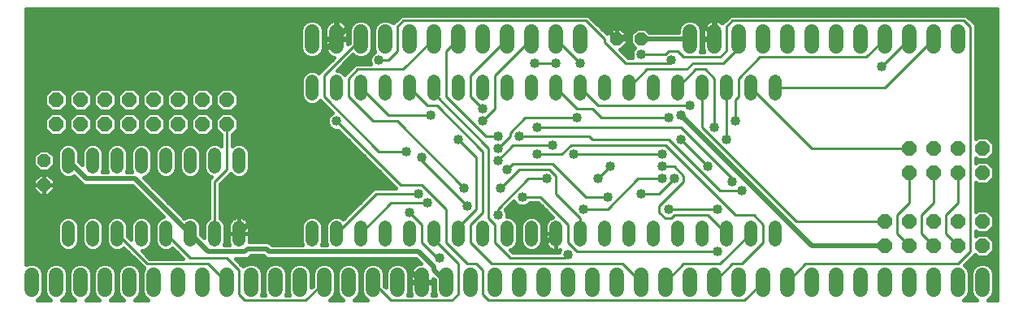
<source format=gbl>
G75*
%MOIN*%
%OFA0B0*%
%FSLAX24Y24*%
%IPPOS*%
%LPD*%
%AMOC8*
5,1,8,0,0,1.08239X$1,22.5*
%
%ADD10C,0.0600*%
%ADD11OC8,0.0600*%
%ADD12OC8,0.0520*%
%ADD13C,0.0520*%
%ADD14C,0.0200*%
%ADD15C,0.0400*%
%ADD16C,0.0160*%
%ADD17C,0.0100*%
D10*
X000680Y000880D02*
X000680Y001480D01*
X001680Y001480D02*
X001680Y000880D01*
X002680Y000880D02*
X002680Y001480D01*
X003680Y001480D02*
X003680Y000880D01*
X004680Y000880D02*
X004680Y001480D01*
X005680Y001480D02*
X005680Y000880D01*
X006680Y000880D02*
X006680Y001480D01*
X007680Y001480D02*
X007680Y000880D01*
X008680Y000880D02*
X008680Y001480D01*
X009680Y001480D02*
X009680Y000880D01*
X010680Y000880D02*
X010680Y001480D01*
X011680Y001480D02*
X011680Y000880D01*
X012680Y000880D02*
X012680Y001480D01*
X013680Y001480D02*
X013680Y000880D01*
X014680Y000880D02*
X014680Y001480D01*
X015680Y001480D02*
X015680Y000880D01*
X016680Y000880D02*
X016680Y001480D01*
X017680Y001480D02*
X017680Y000880D01*
X018680Y000880D02*
X018680Y001480D01*
X019680Y001480D02*
X019680Y000880D01*
X020680Y000880D02*
X020680Y001480D01*
X021680Y001480D02*
X021680Y000880D01*
X022680Y000880D02*
X022680Y001480D01*
X023680Y001480D02*
X023680Y000880D01*
X024680Y000880D02*
X024680Y001480D01*
X025680Y001480D02*
X025680Y000880D01*
X026680Y000880D02*
X026680Y001480D01*
X027680Y001480D02*
X027680Y000880D01*
X028680Y000880D02*
X028680Y001480D01*
X029680Y001480D02*
X029680Y000880D01*
X030680Y000880D02*
X030680Y001480D01*
X031680Y001480D02*
X031680Y000880D01*
X032680Y000880D02*
X032680Y001480D01*
X033680Y001480D02*
X033680Y000880D01*
X034680Y000880D02*
X034680Y001480D01*
X035680Y001480D02*
X035680Y000880D01*
X036680Y000880D02*
X036680Y001480D01*
X037680Y001480D02*
X037680Y000880D01*
X038680Y000880D02*
X038680Y001480D01*
X039680Y001480D02*
X039680Y000880D01*
X038680Y010880D02*
X038680Y011480D01*
X037680Y011480D02*
X037680Y010880D01*
X036680Y010880D02*
X036680Y011480D01*
X035680Y011480D02*
X035680Y010880D01*
X034680Y010880D02*
X034680Y011480D01*
X033680Y011480D02*
X033680Y010880D01*
X032680Y010880D02*
X032680Y011480D01*
X031680Y011480D02*
X031680Y010880D01*
X030680Y010880D02*
X030680Y011480D01*
X029680Y011480D02*
X029680Y010880D01*
X028680Y010880D02*
X028680Y011480D01*
X027680Y011480D02*
X027680Y010880D01*
X023180Y010880D02*
X023180Y011480D01*
X022180Y011480D02*
X022180Y010880D01*
X021180Y010880D02*
X021180Y011480D01*
X020180Y011480D02*
X020180Y010880D01*
X019180Y010880D02*
X019180Y011480D01*
X018180Y011480D02*
X018180Y010880D01*
X017180Y010880D02*
X017180Y011480D01*
X016180Y011480D02*
X016180Y010880D01*
X015180Y010880D02*
X015180Y011480D01*
X014180Y011480D02*
X014180Y010880D01*
X013180Y010880D02*
X013180Y011480D01*
X012180Y011480D02*
X012180Y010880D01*
D11*
X008680Y008680D03*
X007680Y008680D03*
X006680Y008680D03*
X005680Y008680D03*
X004680Y008680D03*
X003680Y008680D03*
X002680Y008680D03*
X001680Y008680D03*
X001680Y007680D03*
X002680Y007680D03*
X003680Y007680D03*
X004680Y007680D03*
X005680Y007680D03*
X006680Y007680D03*
X007680Y007680D03*
X008680Y007680D03*
X035680Y003680D03*
X036680Y003680D03*
X037680Y003680D03*
X038680Y003680D03*
X039680Y003680D03*
X039680Y002680D03*
X038680Y002680D03*
X037680Y002680D03*
X036680Y002680D03*
X035680Y002680D03*
X036680Y005680D03*
X037680Y005680D03*
X038680Y005680D03*
X039680Y005680D03*
X039680Y006680D03*
X038680Y006680D03*
X037680Y006680D03*
X036680Y006680D03*
D12*
X025680Y011180D03*
X024680Y011180D03*
X001180Y006180D03*
X001180Y005180D03*
D13*
X002180Y005920D02*
X002180Y006440D01*
X003180Y006440D02*
X003180Y005920D01*
X004180Y005920D02*
X004180Y006440D01*
X005180Y006440D02*
X005180Y005920D01*
X006180Y005920D02*
X006180Y006440D01*
X007180Y006440D02*
X007180Y005920D01*
X008180Y005920D02*
X008180Y006440D01*
X009180Y006440D02*
X009180Y005920D01*
X009180Y003440D02*
X009180Y002920D01*
X008180Y002920D02*
X008180Y003440D01*
X007180Y003440D02*
X007180Y002920D01*
X006180Y002920D02*
X006180Y003440D01*
X005180Y003440D02*
X005180Y002920D01*
X004180Y002920D02*
X004180Y003440D01*
X003180Y003440D02*
X003180Y002920D01*
X002180Y002920D02*
X002180Y003440D01*
X012180Y003440D02*
X012180Y002920D01*
X013180Y002920D02*
X013180Y003440D01*
X014180Y003440D02*
X014180Y002920D01*
X015180Y002920D02*
X015180Y003440D01*
X016180Y003440D02*
X016180Y002920D01*
X017180Y002920D02*
X017180Y003440D01*
X018180Y003440D02*
X018180Y002920D01*
X019180Y002920D02*
X019180Y003440D01*
X020180Y003440D02*
X020180Y002920D01*
X021180Y002920D02*
X021180Y003440D01*
X022180Y003440D02*
X022180Y002920D01*
X023180Y002920D02*
X023180Y003440D01*
X024180Y003440D02*
X024180Y002920D01*
X025180Y002920D02*
X025180Y003440D01*
X026180Y003440D02*
X026180Y002920D01*
X027180Y002920D02*
X027180Y003440D01*
X028180Y003440D02*
X028180Y002920D01*
X029180Y002920D02*
X029180Y003440D01*
X030180Y003440D02*
X030180Y002920D01*
X031180Y002920D02*
X031180Y003440D01*
X031180Y008920D02*
X031180Y009440D01*
X030180Y009440D02*
X030180Y008920D01*
X029180Y008920D02*
X029180Y009440D01*
X028180Y009440D02*
X028180Y008920D01*
X027180Y008920D02*
X027180Y009440D01*
X026180Y009440D02*
X026180Y008920D01*
X025180Y008920D02*
X025180Y009440D01*
X024180Y009440D02*
X024180Y008920D01*
X023180Y008920D02*
X023180Y009440D01*
X022180Y009440D02*
X022180Y008920D01*
X021180Y008920D02*
X021180Y009440D01*
X020180Y009440D02*
X020180Y008920D01*
X019180Y008920D02*
X019180Y009440D01*
X018180Y009440D02*
X018180Y008920D01*
X017180Y008920D02*
X017180Y009440D01*
X016180Y009440D02*
X016180Y008920D01*
X015180Y008920D02*
X015180Y009440D01*
X014180Y009440D02*
X014180Y008920D01*
X013180Y008920D02*
X013180Y009440D01*
X012180Y009440D02*
X012180Y008920D01*
D14*
X012055Y009930D02*
X011930Y009930D01*
X009680Y007680D01*
X009680Y003680D01*
X009180Y003180D01*
X009555Y002555D02*
X009430Y002430D01*
X007930Y002430D01*
X007180Y003180D01*
X004930Y005430D01*
X002930Y005430D01*
X002180Y006180D01*
X009555Y002555D02*
X010305Y002555D01*
X010430Y002430D01*
X016555Y002430D01*
X017180Y001805D01*
X017180Y001680D01*
X017680Y001180D01*
X016680Y001180D02*
X016180Y001680D01*
X016180Y001805D01*
X015930Y002055D01*
X010180Y002055D01*
X020680Y002555D02*
X020805Y002430D01*
X021430Y002430D01*
X022180Y003180D01*
X027305Y008055D02*
X032680Y002680D01*
X035680Y002680D01*
X012680Y010555D02*
X012055Y009930D01*
X012680Y010555D02*
X012680Y010680D01*
X013180Y011180D01*
X013680Y011680D01*
X013680Y011805D01*
X014055Y012180D01*
X023680Y012180D01*
X024680Y011180D01*
X024930Y011180D01*
X025805Y012055D01*
X027930Y012055D01*
X028680Y011305D01*
X028680Y011180D01*
X027680Y011180D02*
X025680Y011180D01*
D15*
X025680Y010555D03*
X026930Y010305D03*
X023180Y010180D03*
X022180Y010180D03*
X021305Y010180D03*
X019180Y008305D03*
X019180Y007805D03*
X019805Y007180D03*
X020680Y007180D03*
X021430Y007555D03*
X023055Y007930D03*
X022055Y006805D03*
X021430Y006430D03*
X022930Y006430D03*
X024430Y005930D03*
X023930Y005430D03*
X025680Y004805D03*
X024305Y004680D03*
X023305Y004180D03*
X020805Y004680D03*
X019930Y005055D03*
X018430Y005055D03*
X016930Y004430D03*
X016555Y004805D03*
X018555Y004305D03*
X019805Y003930D03*
X016180Y004055D03*
X020680Y002555D03*
X022680Y002305D03*
X017430Y002180D03*
X010180Y002055D03*
X021805Y005430D03*
X020180Y005805D03*
X019805Y006180D03*
X019805Y006680D03*
X018180Y007055D03*
X016680Y006305D03*
X016055Y006555D03*
X013180Y007805D03*
X017055Y008055D03*
X014930Y010305D03*
X026805Y007930D03*
X027305Y008055D03*
X027680Y008430D03*
X029555Y007805D03*
X028680Y007555D03*
X029180Y007055D03*
X027305Y007055D03*
X026555Y006430D03*
X026555Y005930D03*
X026555Y005430D03*
X027055Y005430D03*
X028430Y005930D03*
X029430Y005305D03*
X029805Y004930D03*
X028805Y004180D03*
X026805Y004180D03*
X028805Y002430D03*
X035555Y010055D03*
D16*
X000952Y000473D02*
X000920Y000460D01*
X001440Y000460D01*
X001408Y000473D01*
X001273Y000608D01*
X001200Y000785D01*
X001200Y001575D01*
X001273Y001752D01*
X001408Y001887D01*
X001585Y001960D01*
X001775Y001960D01*
X001952Y001887D01*
X002087Y001752D01*
X002160Y001575D01*
X002160Y000785D01*
X002087Y000608D01*
X001952Y000473D01*
X001920Y000460D01*
X002440Y000460D01*
X002408Y000473D01*
X002273Y000608D01*
X002200Y000785D01*
X002200Y001575D01*
X002273Y001752D01*
X002408Y001887D01*
X002585Y001960D01*
X002775Y001960D01*
X002952Y001887D01*
X003087Y001752D01*
X003160Y001575D01*
X003160Y000785D01*
X003087Y000608D01*
X002952Y000473D01*
X002920Y000460D01*
X003440Y000460D01*
X003408Y000473D01*
X003273Y000608D01*
X003200Y000785D01*
X003200Y001575D01*
X003273Y001752D01*
X003408Y001887D01*
X003585Y001960D01*
X003775Y001960D01*
X003952Y001887D01*
X004087Y001752D01*
X004160Y001575D01*
X004160Y000785D01*
X004087Y000608D01*
X003952Y000473D01*
X003920Y000460D01*
X004440Y000460D01*
X004408Y000473D01*
X004273Y000608D01*
X004200Y000785D01*
X004200Y001575D01*
X004273Y001752D01*
X004408Y001887D01*
X004585Y001960D01*
X004775Y001960D01*
X004952Y001887D01*
X005087Y001752D01*
X005160Y001575D01*
X005160Y000785D01*
X005087Y000608D01*
X004952Y000473D01*
X004920Y000460D01*
X005440Y000460D01*
X005408Y000473D01*
X005273Y000608D01*
X005200Y000785D01*
X005200Y001575D01*
X005273Y001752D01*
X005278Y001757D01*
X005200Y001835D01*
X004458Y002576D01*
X004429Y002547D01*
X004268Y002480D01*
X004092Y002480D01*
X003931Y002547D01*
X003807Y002671D01*
X003740Y002832D01*
X003740Y003528D01*
X003807Y003689D01*
X003931Y003813D01*
X004092Y003880D01*
X004268Y003880D01*
X004429Y003813D01*
X004553Y003689D01*
X004620Y003528D01*
X004620Y003065D01*
X004740Y002945D01*
X004740Y003528D01*
X004807Y003689D01*
X004931Y003813D01*
X005092Y003880D01*
X005268Y003880D01*
X005429Y003813D01*
X005553Y003689D01*
X005620Y003528D01*
X005620Y002832D01*
X005553Y002671D01*
X005429Y002547D01*
X005268Y002480D01*
X005205Y002480D01*
X005525Y002160D01*
X006875Y002160D01*
X006458Y002576D01*
X006429Y002547D01*
X006268Y002480D01*
X006092Y002480D01*
X005931Y002547D01*
X005807Y002671D01*
X005740Y002832D01*
X005740Y003528D01*
X005807Y003689D01*
X005931Y003813D01*
X006086Y003878D01*
X004814Y005150D01*
X002874Y005150D01*
X002771Y005193D01*
X002421Y005543D01*
X002268Y005480D01*
X002092Y005480D01*
X001931Y005547D01*
X001807Y005671D01*
X001740Y005832D01*
X001740Y006528D01*
X001807Y006689D01*
X001931Y006813D01*
X002092Y006880D01*
X002268Y006880D01*
X002429Y006813D01*
X002553Y006689D01*
X002620Y006528D01*
X002620Y006136D01*
X002740Y006016D01*
X002740Y006528D01*
X002807Y006689D01*
X002931Y006813D01*
X003092Y006880D01*
X003268Y006880D01*
X003429Y006813D01*
X003553Y006689D01*
X003620Y006528D01*
X003620Y005832D01*
X003569Y005710D01*
X003791Y005710D01*
X003740Y005832D01*
X003740Y006528D01*
X003807Y006689D01*
X003931Y006813D01*
X004092Y006880D01*
X004268Y006880D01*
X004429Y006813D01*
X004553Y006689D01*
X004620Y006528D01*
X004620Y005832D01*
X004569Y005710D01*
X004791Y005710D01*
X004740Y005832D01*
X004740Y006528D01*
X004807Y006689D01*
X004931Y006813D01*
X005092Y006880D01*
X005268Y006880D01*
X005429Y006813D01*
X005553Y006689D01*
X005620Y006528D01*
X005620Y005832D01*
X005553Y005671D01*
X005429Y005547D01*
X005274Y005482D01*
X006939Y003817D01*
X007092Y003880D01*
X007268Y003880D01*
X007429Y003813D01*
X007553Y003689D01*
X007620Y003528D01*
X007620Y003136D01*
X007740Y003016D01*
X007740Y003528D01*
X007807Y003689D01*
X007931Y003813D01*
X007950Y003821D01*
X007950Y005400D01*
X008048Y005498D01*
X007931Y005547D01*
X007807Y005671D01*
X007740Y005832D01*
X007740Y006528D01*
X007807Y006689D01*
X007931Y006813D01*
X008092Y006880D01*
X008268Y006880D01*
X008429Y006813D01*
X008450Y006792D01*
X008450Y007231D01*
X008200Y007481D01*
X008200Y007879D01*
X008481Y008160D01*
X008879Y008160D01*
X009160Y007879D01*
X009160Y007481D01*
X008910Y007231D01*
X008910Y006792D01*
X008931Y006813D01*
X009092Y006880D01*
X009268Y006880D01*
X009429Y006813D01*
X009553Y006689D01*
X009620Y006528D01*
X009620Y005832D01*
X009553Y005671D01*
X009429Y005547D01*
X009268Y005480D01*
X009092Y005480D01*
X008931Y005547D01*
X008839Y005639D01*
X008775Y005575D01*
X008775Y005575D01*
X008410Y005210D01*
X008410Y003821D01*
X008429Y003813D01*
X008553Y003689D01*
X008620Y003528D01*
X008620Y002832D01*
X008569Y002710D01*
X008793Y002710D01*
X008772Y002751D01*
X008751Y002817D01*
X008740Y002885D01*
X008740Y003180D01*
X009180Y003180D01*
X009180Y003180D01*
X009180Y003880D01*
X009215Y003880D01*
X009283Y003869D01*
X009349Y003848D01*
X009411Y003816D01*
X009467Y003776D01*
X009516Y003727D01*
X009556Y003671D01*
X009588Y003609D01*
X009609Y003543D01*
X009620Y003475D01*
X009620Y003180D01*
X009180Y003180D01*
X009180Y003180D01*
X009180Y003180D01*
X009180Y003880D01*
X009145Y003880D01*
X009077Y003869D01*
X009011Y003848D01*
X008949Y003816D01*
X008893Y003776D01*
X008844Y003727D01*
X008804Y003671D01*
X008772Y003609D01*
X008751Y003543D01*
X008740Y003475D01*
X008740Y003180D01*
X009180Y003180D01*
X009620Y003180D01*
X009620Y002885D01*
X009612Y002835D01*
X010361Y002835D01*
X010464Y002792D01*
X010542Y002714D01*
X010546Y002710D01*
X011791Y002710D01*
X011740Y002832D01*
X011740Y003528D01*
X011807Y003689D01*
X011931Y003813D01*
X012092Y003880D01*
X012268Y003880D01*
X012429Y003813D01*
X012553Y003689D01*
X012620Y003528D01*
X012620Y002832D01*
X012569Y002710D01*
X012791Y002710D01*
X012740Y002832D01*
X012740Y003528D01*
X012807Y003689D01*
X012931Y003813D01*
X013092Y003880D01*
X013268Y003880D01*
X013429Y003813D01*
X013458Y003784D01*
X014575Y004900D01*
X014710Y005035D01*
X015625Y005035D01*
X013235Y007425D01*
X013104Y007425D01*
X012965Y007483D01*
X012858Y007590D01*
X012800Y007729D01*
X012800Y007881D01*
X012858Y008020D01*
X012965Y008127D01*
X013013Y008147D01*
X012585Y008575D01*
X012521Y008639D01*
X012429Y008547D01*
X012268Y008480D01*
X012092Y008480D01*
X011931Y008547D01*
X011807Y008671D01*
X011740Y008832D01*
X011740Y009528D01*
X011807Y009689D01*
X011931Y009813D01*
X012092Y009880D01*
X012268Y009880D01*
X012429Y009813D01*
X012458Y009784D01*
X013084Y010409D01*
X013068Y010412D01*
X012996Y010435D01*
X012928Y010469D01*
X012867Y010514D01*
X012814Y010567D01*
X012769Y010628D01*
X012735Y010696D01*
X012712Y010768D01*
X012700Y010842D01*
X012700Y011160D01*
X013160Y011160D01*
X013160Y011200D01*
X013160Y011960D01*
X013142Y011960D01*
X013068Y011948D01*
X012996Y011925D01*
X012928Y011891D01*
X012867Y011846D01*
X012814Y011793D01*
X012769Y011732D01*
X012735Y011664D01*
X012712Y011592D01*
X012653Y011592D01*
X012660Y011575D02*
X012587Y011752D01*
X012452Y011887D01*
X012275Y011960D01*
X012085Y011960D01*
X011908Y011887D01*
X011773Y011752D01*
X011700Y011575D01*
X011700Y010785D01*
X011773Y010608D01*
X011908Y010473D01*
X012085Y010400D01*
X012275Y010400D01*
X012452Y010473D01*
X012587Y010608D01*
X012660Y010785D01*
X012660Y011575D01*
X012712Y011592D02*
X012700Y011518D01*
X012700Y011200D01*
X013160Y011200D01*
X013200Y011200D01*
X013660Y011200D01*
X013660Y011518D01*
X013648Y011592D01*
X013707Y011592D01*
X013700Y011575D02*
X013700Y011025D01*
X013660Y010985D01*
X013660Y011160D01*
X013200Y011160D01*
X013200Y011200D01*
X013200Y011960D01*
X013218Y011960D01*
X013292Y011948D01*
X013364Y011925D01*
X013432Y011891D01*
X013493Y011846D01*
X013546Y011793D01*
X013591Y011732D01*
X013625Y011664D01*
X013648Y011592D01*
X013700Y011575D02*
X013773Y011752D01*
X013908Y011887D01*
X014085Y011960D01*
X014275Y011960D01*
X014452Y011887D01*
X014587Y011752D01*
X014660Y011575D01*
X014660Y010785D01*
X014587Y010608D01*
X014452Y010473D01*
X014275Y010400D01*
X014085Y010400D01*
X013908Y010473D01*
X013853Y010528D01*
X013205Y009880D01*
X013268Y009880D01*
X013429Y009813D01*
X013521Y009721D01*
X013825Y010025D01*
X013960Y010160D01*
X014579Y010160D01*
X014550Y010229D01*
X014550Y010381D01*
X014608Y010520D01*
X014715Y010627D01*
X014758Y010645D01*
X014700Y010785D01*
X014700Y011575D01*
X014773Y011752D01*
X014908Y011887D01*
X015085Y011960D01*
X015275Y011960D01*
X015452Y011887D01*
X015507Y011832D01*
X015700Y012025D01*
X015835Y012160D01*
X023525Y012160D01*
X024275Y011410D01*
X024282Y011404D01*
X024498Y011620D01*
X024680Y011620D01*
X024680Y011180D01*
X024680Y011180D01*
X025120Y011180D01*
X025120Y011362D01*
X024862Y011620D01*
X024680Y011620D01*
X024680Y011180D01*
X024680Y011180D01*
X025120Y011180D01*
X025120Y010998D01*
X024862Y010740D01*
X024820Y010740D01*
X025150Y010410D01*
X025329Y010410D01*
X025300Y010479D01*
X025300Y010631D01*
X025358Y010770D01*
X025413Y010825D01*
X025240Y010998D01*
X025240Y011362D01*
X025498Y011620D01*
X025862Y011620D01*
X026022Y011460D01*
X027200Y011460D01*
X027200Y011575D01*
X027273Y011752D01*
X027408Y011887D01*
X027585Y011960D01*
X027775Y011960D01*
X027952Y011887D01*
X028087Y011752D01*
X028160Y011575D01*
X028160Y010785D01*
X028108Y010660D01*
X028253Y010660D01*
X028235Y010696D01*
X028212Y010768D01*
X028200Y010842D01*
X028200Y011160D01*
X028660Y011160D01*
X028660Y011200D01*
X028660Y011960D01*
X028642Y011960D01*
X028568Y011948D01*
X028496Y011925D01*
X028428Y011891D01*
X028367Y011846D01*
X028314Y011793D01*
X028269Y011732D01*
X028235Y011664D01*
X028212Y011592D01*
X028153Y011592D01*
X028212Y011592D02*
X028200Y011518D01*
X028200Y011200D01*
X028660Y011200D01*
X028700Y011200D01*
X028700Y011960D01*
X028718Y011960D01*
X028792Y011948D01*
X028864Y011925D01*
X028932Y011891D01*
X028993Y011846D01*
X029007Y011832D01*
X029200Y012025D01*
X029335Y012160D01*
X039025Y012160D01*
X039275Y011910D01*
X039410Y011775D01*
X039410Y007089D01*
X039481Y007160D01*
X039879Y007160D01*
X040160Y006879D01*
X040160Y006481D01*
X039879Y006200D01*
X039481Y006200D01*
X039410Y006271D01*
X039410Y006089D01*
X039481Y006160D01*
X039879Y006160D01*
X040160Y005879D01*
X040160Y005481D01*
X039879Y005200D01*
X039481Y005200D01*
X039410Y005271D01*
X039410Y004089D01*
X039481Y004160D01*
X039879Y004160D01*
X040160Y003879D01*
X040160Y003481D01*
X039879Y003200D01*
X039481Y003200D01*
X039410Y003271D01*
X039410Y003089D01*
X039481Y003160D01*
X039879Y003160D01*
X040160Y002879D01*
X040160Y002481D01*
X039879Y002200D01*
X039481Y002200D01*
X039378Y002303D01*
X038957Y001882D01*
X039087Y001752D01*
X039160Y001575D01*
X039160Y000785D01*
X039087Y000608D01*
X038952Y000473D01*
X038920Y000460D01*
X039440Y000460D01*
X039408Y000473D01*
X039273Y000608D01*
X039200Y000785D01*
X039200Y001575D01*
X039273Y001752D01*
X039408Y001887D01*
X039585Y001960D01*
X039775Y001960D01*
X039952Y001887D01*
X040087Y001752D01*
X040160Y001575D01*
X040160Y000785D01*
X040087Y000608D01*
X039952Y000473D01*
X039920Y000460D01*
X040270Y000460D01*
X040270Y012396D01*
X000460Y012396D01*
X000460Y001908D01*
X000585Y001960D01*
X000775Y001960D01*
X000952Y001887D01*
X001087Y001752D01*
X001160Y001575D01*
X001160Y000785D01*
X001087Y000608D01*
X000952Y000473D01*
X000976Y000497D02*
X001384Y000497D01*
X001976Y000497D02*
X002384Y000497D01*
X002253Y000656D02*
X002107Y000656D01*
X002160Y000814D02*
X002200Y000814D01*
X002200Y000973D02*
X002160Y000973D01*
X002160Y001131D02*
X002200Y001131D01*
X002200Y001290D02*
X002160Y001290D01*
X002160Y001448D02*
X002200Y001448D01*
X002213Y001607D02*
X002147Y001607D01*
X002074Y001765D02*
X002286Y001765D01*
X002496Y001924D02*
X001864Y001924D01*
X001496Y001924D02*
X000864Y001924D01*
X001074Y001765D02*
X001286Y001765D01*
X001213Y001607D02*
X001147Y001607D01*
X001160Y001448D02*
X001200Y001448D01*
X001200Y001290D02*
X001160Y001290D01*
X001160Y001131D02*
X001200Y001131D01*
X001200Y000973D02*
X001160Y000973D01*
X001160Y000814D02*
X001200Y000814D01*
X001253Y000656D02*
X001107Y000656D01*
X002976Y000497D02*
X003384Y000497D01*
X003976Y000497D02*
X004384Y000497D01*
X004253Y000656D02*
X004107Y000656D01*
X004160Y000814D02*
X004200Y000814D01*
X004200Y000973D02*
X004160Y000973D01*
X004160Y001131D02*
X004200Y001131D01*
X004200Y001290D02*
X004160Y001290D01*
X004160Y001448D02*
X004200Y001448D01*
X004213Y001607D02*
X004147Y001607D01*
X004074Y001765D02*
X004286Y001765D01*
X004496Y001924D02*
X003864Y001924D01*
X003496Y001924D02*
X002864Y001924D01*
X003074Y001765D02*
X003286Y001765D01*
X003213Y001607D02*
X003147Y001607D01*
X003160Y001448D02*
X003200Y001448D01*
X003200Y001290D02*
X003160Y001290D01*
X003160Y001131D02*
X003200Y001131D01*
X003200Y000973D02*
X003160Y000973D01*
X003160Y000814D02*
X003200Y000814D01*
X003253Y000656D02*
X003107Y000656D01*
X004976Y000497D02*
X005384Y000497D01*
X005253Y000656D02*
X005107Y000656D01*
X005160Y000814D02*
X005200Y000814D01*
X005200Y000973D02*
X005160Y000973D01*
X005160Y001131D02*
X005200Y001131D01*
X005200Y001290D02*
X005160Y001290D01*
X005160Y001448D02*
X005200Y001448D01*
X005213Y001607D02*
X005147Y001607D01*
X005074Y001765D02*
X005270Y001765D01*
X005111Y001924D02*
X004864Y001924D01*
X004953Y002082D02*
X000460Y002082D01*
X000460Y002241D02*
X004794Y002241D01*
X004636Y002399D02*
X000460Y002399D01*
X000460Y002558D02*
X001920Y002558D01*
X001931Y002547D02*
X002092Y002480D01*
X002268Y002480D01*
X002429Y002547D01*
X002553Y002671D01*
X002620Y002832D01*
X002620Y003528D01*
X002553Y003689D01*
X002429Y003813D01*
X002268Y003880D01*
X002092Y003880D01*
X001931Y003813D01*
X001807Y003689D01*
X001740Y003528D01*
X001740Y002832D01*
X001807Y002671D01*
X001931Y002547D01*
X002440Y002558D02*
X002920Y002558D01*
X002931Y002547D02*
X003092Y002480D01*
X003268Y002480D01*
X003429Y002547D01*
X003553Y002671D01*
X003620Y002832D01*
X003620Y003528D01*
X003553Y003689D01*
X003429Y003813D01*
X003268Y003880D01*
X003092Y003880D01*
X002931Y003813D01*
X002807Y003689D01*
X002740Y003528D01*
X002740Y002832D01*
X002807Y002671D01*
X002931Y002547D01*
X003440Y002558D02*
X003920Y002558D01*
X004440Y002558D02*
X004477Y002558D01*
X003788Y002716D02*
X003572Y002716D01*
X003620Y002875D02*
X003740Y002875D01*
X003740Y003033D02*
X003620Y003033D01*
X003620Y003192D02*
X003740Y003192D01*
X003740Y003350D02*
X003620Y003350D01*
X003620Y003509D02*
X003740Y003509D01*
X003798Y003667D02*
X003562Y003667D01*
X003399Y003826D02*
X003961Y003826D01*
X004399Y003826D02*
X004961Y003826D01*
X004798Y003667D02*
X004562Y003667D01*
X004620Y003509D02*
X004740Y003509D01*
X004740Y003350D02*
X004620Y003350D01*
X004620Y003192D02*
X004740Y003192D01*
X004740Y003033D02*
X004652Y003033D01*
X005620Y003033D02*
X005740Y003033D01*
X005740Y002875D02*
X005620Y002875D01*
X005572Y002716D02*
X005788Y002716D01*
X005920Y002558D02*
X005440Y002558D01*
X005286Y002399D02*
X006636Y002399D01*
X006794Y002241D02*
X005445Y002241D01*
X006440Y002558D02*
X006477Y002558D01*
X007723Y003033D02*
X007740Y003033D01*
X007740Y003192D02*
X007620Y003192D01*
X007620Y003350D02*
X007740Y003350D01*
X007740Y003509D02*
X007620Y003509D01*
X007562Y003667D02*
X007798Y003667D01*
X007950Y003826D02*
X007399Y003826D01*
X006961Y003826D02*
X006930Y003826D01*
X006772Y003984D02*
X007950Y003984D01*
X008410Y003984D02*
X013659Y003984D01*
X013500Y003826D02*
X013399Y003826D01*
X012961Y003826D02*
X012399Y003826D01*
X012562Y003667D02*
X012798Y003667D01*
X012740Y003509D02*
X012620Y003509D01*
X012620Y003350D02*
X012740Y003350D01*
X012740Y003192D02*
X012620Y003192D01*
X012620Y003033D02*
X012740Y003033D01*
X012740Y002875D02*
X012620Y002875D01*
X012572Y002716D02*
X012788Y002716D01*
X011788Y002716D02*
X010540Y002716D01*
X009618Y002875D02*
X011740Y002875D01*
X011740Y003033D02*
X009620Y003033D01*
X009620Y003192D02*
X011740Y003192D01*
X011740Y003350D02*
X009620Y003350D01*
X009615Y003509D02*
X011740Y003509D01*
X011798Y003667D02*
X009558Y003667D01*
X009393Y003826D02*
X011961Y003826D01*
X013817Y004143D02*
X008410Y004143D01*
X008410Y004301D02*
X013976Y004301D01*
X014134Y004460D02*
X008410Y004460D01*
X008410Y004618D02*
X014293Y004618D01*
X014451Y004777D02*
X008410Y004777D01*
X008410Y004935D02*
X014610Y004935D01*
X015408Y005252D02*
X008452Y005252D01*
X008410Y005094D02*
X015566Y005094D01*
X015249Y005411D02*
X008611Y005411D01*
X008769Y005569D02*
X008909Y005569D01*
X009451Y005569D02*
X015091Y005569D01*
X014932Y005728D02*
X009577Y005728D01*
X009620Y005886D02*
X014774Y005886D01*
X014615Y006045D02*
X009620Y006045D01*
X009620Y006203D02*
X014457Y006203D01*
X014298Y006362D02*
X009620Y006362D01*
X009620Y006520D02*
X014140Y006520D01*
X013981Y006679D02*
X009557Y006679D01*
X009371Y006837D02*
X013823Y006837D01*
X013664Y006996D02*
X008910Y006996D01*
X008910Y007154D02*
X013506Y007154D01*
X013347Y007313D02*
X008991Y007313D01*
X009150Y007471D02*
X012993Y007471D01*
X012841Y007630D02*
X009160Y007630D01*
X009160Y007788D02*
X012800Y007788D01*
X012827Y007947D02*
X009092Y007947D01*
X008934Y008105D02*
X012943Y008105D01*
X012896Y008264D02*
X008942Y008264D01*
X008879Y008200D02*
X008481Y008200D01*
X008200Y008481D01*
X008200Y008879D01*
X008481Y009160D01*
X008879Y009160D01*
X009160Y008879D01*
X009160Y008481D01*
X008879Y008200D01*
X008426Y008105D02*
X007934Y008105D01*
X007879Y008160D02*
X007481Y008160D01*
X007200Y007879D01*
X007200Y007481D01*
X007481Y007200D01*
X007879Y007200D01*
X008160Y007481D01*
X008160Y007879D01*
X007879Y008160D01*
X007879Y008200D02*
X008160Y008481D01*
X008160Y008879D01*
X007879Y009160D01*
X007481Y009160D01*
X007200Y008879D01*
X007200Y008481D01*
X007481Y008200D01*
X007879Y008200D01*
X007942Y008264D02*
X008418Y008264D01*
X008259Y008422D02*
X008101Y008422D01*
X008160Y008581D02*
X008200Y008581D01*
X008200Y008739D02*
X008160Y008739D01*
X008141Y008898D02*
X008219Y008898D01*
X008377Y009056D02*
X007983Y009056D01*
X007377Y009056D02*
X006983Y009056D01*
X006879Y009160D02*
X006481Y009160D01*
X006200Y008879D01*
X006200Y008481D01*
X006481Y008200D01*
X006879Y008200D01*
X007160Y008481D01*
X007160Y008879D01*
X006879Y009160D01*
X006377Y009056D02*
X005983Y009056D01*
X005879Y009160D02*
X005481Y009160D01*
X005200Y008879D01*
X005200Y008481D01*
X005481Y008200D01*
X005879Y008200D01*
X006160Y008481D01*
X006160Y008879D01*
X005879Y009160D01*
X005377Y009056D02*
X004983Y009056D01*
X004879Y009160D02*
X004481Y009160D01*
X004200Y008879D01*
X004200Y008481D01*
X004481Y008200D01*
X004879Y008200D01*
X005160Y008481D01*
X005160Y008879D01*
X004879Y009160D01*
X004377Y009056D02*
X003983Y009056D01*
X003879Y009160D02*
X003481Y009160D01*
X003200Y008879D01*
X003200Y008481D01*
X003481Y008200D01*
X003879Y008200D01*
X004160Y008481D01*
X004160Y008879D01*
X003879Y009160D01*
X003377Y009056D02*
X002983Y009056D01*
X002879Y009160D02*
X002481Y009160D01*
X002200Y008879D01*
X002200Y008481D01*
X002481Y008200D01*
X002879Y008200D01*
X003160Y008481D01*
X003160Y008879D01*
X002879Y009160D01*
X003141Y008898D02*
X003219Y008898D01*
X003200Y008739D02*
X003160Y008739D01*
X003160Y008581D02*
X003200Y008581D01*
X003259Y008422D02*
X003101Y008422D01*
X002942Y008264D02*
X003418Y008264D01*
X003481Y008160D02*
X003200Y007879D01*
X003200Y007481D01*
X003481Y007200D01*
X003879Y007200D01*
X004160Y007481D01*
X004160Y007879D01*
X003879Y008160D01*
X003481Y008160D01*
X003426Y008105D02*
X002934Y008105D01*
X002879Y008160D02*
X002481Y008160D01*
X002200Y007879D01*
X002200Y007481D01*
X002481Y007200D01*
X002879Y007200D01*
X003160Y007481D01*
X003160Y007879D01*
X002879Y008160D01*
X003092Y007947D02*
X003268Y007947D01*
X003200Y007788D02*
X003160Y007788D01*
X003160Y007630D02*
X003200Y007630D01*
X003210Y007471D02*
X003150Y007471D01*
X002991Y007313D02*
X003369Y007313D01*
X003991Y007313D02*
X004369Y007313D01*
X004481Y007200D02*
X004879Y007200D01*
X005160Y007481D01*
X005160Y007879D01*
X004879Y008160D01*
X004481Y008160D01*
X004200Y007879D01*
X004200Y007481D01*
X004481Y007200D01*
X004371Y006837D02*
X004989Y006837D01*
X005371Y006837D02*
X005989Y006837D01*
X005931Y006813D02*
X006092Y006880D01*
X006268Y006880D01*
X006429Y006813D01*
X006553Y006689D01*
X006620Y006528D01*
X006620Y005832D01*
X006553Y005671D01*
X006429Y005547D01*
X006268Y005480D01*
X006092Y005480D01*
X005931Y005547D01*
X005807Y005671D01*
X005740Y005832D01*
X005740Y006528D01*
X005807Y006689D01*
X005931Y006813D01*
X005803Y006679D02*
X005557Y006679D01*
X005620Y006520D02*
X005740Y006520D01*
X005740Y006362D02*
X005620Y006362D01*
X005620Y006203D02*
X005740Y006203D01*
X005740Y006045D02*
X005620Y006045D01*
X005620Y005886D02*
X005740Y005886D01*
X005783Y005728D02*
X005577Y005728D01*
X005451Y005569D02*
X005909Y005569D01*
X006451Y005569D02*
X006909Y005569D01*
X006931Y005547D02*
X007092Y005480D01*
X007268Y005480D01*
X007429Y005547D01*
X007553Y005671D01*
X007620Y005832D01*
X007620Y006528D01*
X007553Y006689D01*
X007429Y006813D01*
X007268Y006880D01*
X007092Y006880D01*
X006931Y006813D01*
X006807Y006689D01*
X006740Y006528D01*
X006740Y005832D01*
X006807Y005671D01*
X006931Y005547D01*
X006783Y005728D02*
X006577Y005728D01*
X006620Y005886D02*
X006740Y005886D01*
X006740Y006045D02*
X006620Y006045D01*
X006620Y006203D02*
X006740Y006203D01*
X006740Y006362D02*
X006620Y006362D01*
X006620Y006520D02*
X006740Y006520D01*
X006803Y006679D02*
X006557Y006679D01*
X006371Y006837D02*
X006989Y006837D01*
X007371Y006837D02*
X007989Y006837D01*
X008371Y006837D02*
X008450Y006837D01*
X008450Y006996D02*
X000460Y006996D01*
X000460Y007154D02*
X008450Y007154D01*
X008369Y007313D02*
X007991Y007313D01*
X007369Y007313D02*
X006991Y007313D01*
X006879Y007200D02*
X007160Y007481D01*
X007160Y007879D01*
X006879Y008160D01*
X006481Y008160D01*
X006200Y007879D01*
X006200Y007481D01*
X006481Y007200D01*
X006879Y007200D01*
X006369Y007313D02*
X005991Y007313D01*
X005879Y007200D02*
X005481Y007200D01*
X005200Y007481D01*
X005200Y007879D01*
X005481Y008160D01*
X005879Y008160D01*
X006160Y007879D01*
X006160Y007481D01*
X005879Y007200D01*
X005369Y007313D02*
X004991Y007313D01*
X005150Y007471D02*
X005210Y007471D01*
X005200Y007630D02*
X005160Y007630D01*
X005160Y007788D02*
X005200Y007788D01*
X005268Y007947D02*
X005092Y007947D01*
X004934Y008105D02*
X005426Y008105D01*
X005418Y008264D02*
X004942Y008264D01*
X005101Y008422D02*
X005259Y008422D01*
X005200Y008581D02*
X005160Y008581D01*
X005160Y008739D02*
X005200Y008739D01*
X005219Y008898D02*
X005141Y008898D01*
X004219Y008898D02*
X004141Y008898D01*
X004160Y008739D02*
X004200Y008739D01*
X004200Y008581D02*
X004160Y008581D01*
X004101Y008422D02*
X004259Y008422D01*
X004418Y008264D02*
X003942Y008264D01*
X003934Y008105D02*
X004426Y008105D01*
X004268Y007947D02*
X004092Y007947D01*
X004160Y007788D02*
X004200Y007788D01*
X004200Y007630D02*
X004160Y007630D01*
X004150Y007471D02*
X004210Y007471D01*
X006092Y007947D02*
X006268Y007947D01*
X006200Y007788D02*
X006160Y007788D01*
X006160Y007630D02*
X006200Y007630D01*
X006210Y007471D02*
X006150Y007471D01*
X007150Y007471D02*
X007210Y007471D01*
X007200Y007630D02*
X007160Y007630D01*
X007160Y007788D02*
X007200Y007788D01*
X007268Y007947D02*
X007092Y007947D01*
X006934Y008105D02*
X007426Y008105D01*
X007418Y008264D02*
X006942Y008264D01*
X007101Y008422D02*
X007259Y008422D01*
X007200Y008581D02*
X007160Y008581D01*
X007160Y008739D02*
X007200Y008739D01*
X007219Y008898D02*
X007141Y008898D01*
X006219Y008898D02*
X006141Y008898D01*
X006160Y008739D02*
X006200Y008739D01*
X006200Y008581D02*
X006160Y008581D01*
X006101Y008422D02*
X006259Y008422D01*
X006418Y008264D02*
X005942Y008264D01*
X005934Y008105D02*
X006426Y008105D01*
X008092Y007947D02*
X008268Y007947D01*
X008200Y007788D02*
X008160Y007788D01*
X008160Y007630D02*
X008200Y007630D01*
X008210Y007471D02*
X008150Y007471D01*
X008910Y006837D02*
X008989Y006837D01*
X007803Y006679D02*
X007557Y006679D01*
X007620Y006520D02*
X007740Y006520D01*
X007740Y006362D02*
X007620Y006362D01*
X007620Y006203D02*
X007740Y006203D01*
X007740Y006045D02*
X007620Y006045D01*
X007620Y005886D02*
X007740Y005886D01*
X007783Y005728D02*
X007577Y005728D01*
X007451Y005569D02*
X007909Y005569D01*
X007960Y005411D02*
X005345Y005411D01*
X005504Y005252D02*
X007950Y005252D01*
X007950Y005094D02*
X005662Y005094D01*
X005821Y004935D02*
X007950Y004935D01*
X007950Y004777D02*
X005979Y004777D01*
X006138Y004618D02*
X007950Y004618D01*
X007950Y004460D02*
X006296Y004460D01*
X006455Y004301D02*
X007950Y004301D01*
X007950Y004143D02*
X006613Y004143D01*
X005980Y003984D02*
X000460Y003984D01*
X000460Y003826D02*
X001961Y003826D01*
X001798Y003667D02*
X000460Y003667D01*
X000460Y003509D02*
X001740Y003509D01*
X001740Y003350D02*
X000460Y003350D01*
X000460Y003192D02*
X001740Y003192D01*
X001740Y003033D02*
X000460Y003033D01*
X000460Y002875D02*
X001740Y002875D01*
X001788Y002716D02*
X000460Y002716D01*
X002572Y002716D02*
X002788Y002716D01*
X002740Y002875D02*
X002620Y002875D01*
X002620Y003033D02*
X002740Y003033D01*
X002740Y003192D02*
X002620Y003192D01*
X002620Y003350D02*
X002740Y003350D01*
X002740Y003509D02*
X002620Y003509D01*
X002562Y003667D02*
X002798Y003667D01*
X002961Y003826D02*
X002399Y003826D01*
X000460Y004143D02*
X005822Y004143D01*
X005663Y004301D02*
X000460Y004301D01*
X000460Y004460D02*
X005505Y004460D01*
X005346Y004618D02*
X000460Y004618D01*
X000740Y004998D02*
X000998Y004740D01*
X001180Y004740D01*
X001362Y004740D01*
X001620Y004998D01*
X001620Y005180D01*
X001620Y005362D01*
X001362Y005620D01*
X001180Y005620D01*
X001180Y005180D01*
X001180Y005180D01*
X001620Y005180D01*
X001180Y005180D01*
X001180Y005180D01*
X001180Y005180D01*
X000740Y005180D01*
X000740Y005362D01*
X000998Y005620D01*
X001180Y005620D01*
X001180Y005180D01*
X001180Y004740D01*
X001180Y005180D01*
X001180Y005180D01*
X000740Y005180D01*
X000740Y004998D01*
X000803Y004935D02*
X000460Y004935D01*
X000460Y004777D02*
X000961Y004777D01*
X001180Y004777D02*
X001180Y004777D01*
X001180Y004935D02*
X001180Y004935D01*
X001180Y005094D02*
X001180Y005094D01*
X001180Y005252D02*
X001180Y005252D01*
X001620Y005252D02*
X002712Y005252D01*
X002554Y005411D02*
X001572Y005411D01*
X001413Y005569D02*
X001909Y005569D01*
X001783Y005728D02*
X000460Y005728D01*
X000460Y005886D02*
X000852Y005886D01*
X000740Y005998D02*
X000998Y005740D01*
X001362Y005740D01*
X001620Y005998D01*
X001620Y006362D01*
X001362Y006620D01*
X000998Y006620D01*
X000740Y006362D01*
X000740Y005998D01*
X000740Y006045D02*
X000460Y006045D01*
X000460Y006203D02*
X000740Y006203D01*
X000740Y006362D02*
X000460Y006362D01*
X000460Y006520D02*
X000898Y006520D01*
X000460Y006679D02*
X001803Y006679D01*
X001740Y006520D02*
X001462Y006520D01*
X001620Y006362D02*
X001740Y006362D01*
X001740Y006203D02*
X001620Y006203D01*
X001620Y006045D02*
X001740Y006045D01*
X001740Y005886D02*
X001508Y005886D01*
X001180Y005569D02*
X001180Y005569D01*
X001180Y005411D02*
X001180Y005411D01*
X000947Y005569D02*
X000460Y005569D01*
X000460Y005411D02*
X000788Y005411D01*
X000740Y005252D02*
X000460Y005252D01*
X000460Y005094D02*
X000740Y005094D01*
X001399Y004777D02*
X005188Y004777D01*
X005029Y004935D02*
X001557Y004935D01*
X001620Y005094D02*
X004871Y005094D01*
X004783Y005728D02*
X004577Y005728D01*
X004620Y005886D02*
X004740Y005886D01*
X004740Y006045D02*
X004620Y006045D01*
X004620Y006203D02*
X004740Y006203D01*
X004740Y006362D02*
X004620Y006362D01*
X004620Y006520D02*
X004740Y006520D01*
X004803Y006679D02*
X004557Y006679D01*
X003989Y006837D02*
X003371Y006837D01*
X002989Y006837D02*
X002371Y006837D01*
X001989Y006837D02*
X000460Y006837D01*
X001200Y007481D02*
X001481Y007200D01*
X001879Y007200D01*
X002160Y007481D01*
X002160Y007879D01*
X001879Y008160D01*
X001481Y008160D01*
X001200Y007879D01*
X001200Y007481D01*
X001210Y007471D02*
X000460Y007471D01*
X000460Y007630D02*
X001200Y007630D01*
X001200Y007788D02*
X000460Y007788D01*
X000460Y007947D02*
X001268Y007947D01*
X001426Y008105D02*
X000460Y008105D01*
X000460Y008264D02*
X001418Y008264D01*
X001481Y008200D02*
X001200Y008481D01*
X001200Y008879D01*
X001481Y009160D01*
X001879Y009160D01*
X002160Y008879D01*
X002160Y008481D01*
X001879Y008200D01*
X001481Y008200D01*
X001934Y008105D02*
X002426Y008105D01*
X002418Y008264D02*
X001942Y008264D01*
X002101Y008422D02*
X002259Y008422D01*
X002200Y008581D02*
X002160Y008581D01*
X002160Y008739D02*
X002200Y008739D01*
X002219Y008898D02*
X002141Y008898D01*
X001983Y009056D02*
X002377Y009056D01*
X001377Y009056D02*
X000460Y009056D01*
X000460Y008898D02*
X001219Y008898D01*
X001200Y008739D02*
X000460Y008739D01*
X000460Y008581D02*
X001200Y008581D01*
X001259Y008422D02*
X000460Y008422D01*
X002092Y007947D02*
X002268Y007947D01*
X002200Y007788D02*
X002160Y007788D01*
X002160Y007630D02*
X002200Y007630D01*
X002210Y007471D02*
X002150Y007471D01*
X001991Y007313D02*
X002369Y007313D01*
X001369Y007313D02*
X000460Y007313D01*
X002557Y006679D02*
X002803Y006679D01*
X002740Y006520D02*
X002620Y006520D01*
X002620Y006362D02*
X002740Y006362D01*
X002740Y006203D02*
X002620Y006203D01*
X002711Y006045D02*
X002740Y006045D01*
X003620Y006045D02*
X003740Y006045D01*
X003740Y006203D02*
X003620Y006203D01*
X003620Y006362D02*
X003740Y006362D01*
X003740Y006520D02*
X003620Y006520D01*
X003557Y006679D02*
X003803Y006679D01*
X003740Y005886D02*
X003620Y005886D01*
X003577Y005728D02*
X003783Y005728D01*
X005399Y003826D02*
X005961Y003826D01*
X005798Y003667D02*
X005562Y003667D01*
X005620Y003509D02*
X005740Y003509D01*
X005740Y003350D02*
X005620Y003350D01*
X005620Y003192D02*
X005740Y003192D01*
X008410Y003826D02*
X008967Y003826D01*
X009180Y003826D02*
X009180Y003826D01*
X009180Y003667D02*
X009180Y003667D01*
X009180Y003509D02*
X009180Y003509D01*
X009180Y003350D02*
X009180Y003350D01*
X008740Y003350D02*
X008620Y003350D01*
X008620Y003509D02*
X008745Y003509D01*
X008802Y003667D02*
X008562Y003667D01*
X008620Y003192D02*
X008740Y003192D01*
X008740Y003033D02*
X008620Y003033D01*
X008620Y002875D02*
X008742Y002875D01*
X008790Y002716D02*
X008572Y002716D01*
X009180Y003192D02*
X009180Y003192D01*
X009671Y002275D02*
X009667Y002271D01*
X009589Y002193D01*
X009486Y002150D01*
X009035Y002150D01*
X009275Y001910D01*
X009353Y001832D01*
X009408Y001887D01*
X009585Y001960D01*
X009775Y001960D01*
X009952Y001887D01*
X010087Y001752D01*
X010160Y001575D01*
X010160Y000785D01*
X010108Y000660D01*
X010252Y000660D01*
X010200Y000785D01*
X010200Y001575D01*
X010273Y001752D01*
X010408Y001887D01*
X010585Y001960D01*
X010775Y001960D01*
X010952Y001887D01*
X011087Y001752D01*
X011160Y001575D01*
X011160Y000785D01*
X011108Y000660D01*
X011252Y000660D01*
X011200Y000785D01*
X011200Y001575D01*
X011273Y001752D01*
X011408Y001887D01*
X011585Y001960D01*
X011775Y001960D01*
X011952Y001887D01*
X012087Y001752D01*
X012160Y001575D01*
X012160Y000985D01*
X012200Y001025D01*
X012200Y001575D01*
X012273Y001752D01*
X012408Y001887D01*
X012585Y001960D01*
X012775Y001960D01*
X012952Y001887D01*
X013087Y001752D01*
X013160Y001575D01*
X013160Y000785D01*
X013087Y000608D01*
X012952Y000473D01*
X012920Y000460D01*
X013440Y000460D01*
X013408Y000473D01*
X013273Y000608D01*
X013200Y000785D01*
X013200Y001575D01*
X013273Y001752D01*
X013408Y001887D01*
X013585Y001960D01*
X013775Y001960D01*
X013952Y001887D01*
X014087Y001752D01*
X014160Y001575D01*
X014160Y000785D01*
X014087Y000608D01*
X013952Y000473D01*
X013920Y000460D01*
X014440Y000460D01*
X014408Y000473D01*
X014273Y000608D01*
X014200Y000785D01*
X014200Y001575D01*
X014273Y001752D01*
X014408Y001887D01*
X014585Y001960D01*
X014775Y001960D01*
X014952Y001887D01*
X015087Y001752D01*
X015160Y001575D01*
X015160Y001025D01*
X015200Y000985D01*
X015200Y001575D01*
X015273Y001752D01*
X015408Y001887D01*
X015585Y001960D01*
X015775Y001960D01*
X015952Y001887D01*
X016087Y001752D01*
X016160Y001575D01*
X016160Y000785D01*
X016108Y000660D01*
X016253Y000660D01*
X016235Y000696D01*
X016212Y000768D01*
X016200Y000842D01*
X016200Y001160D01*
X016660Y001160D01*
X016660Y001200D01*
X016200Y001200D01*
X016200Y001518D01*
X016212Y001592D01*
X016235Y001664D01*
X016269Y001732D01*
X016314Y001793D01*
X016367Y001846D01*
X016428Y001891D01*
X016496Y001925D01*
X016568Y001948D01*
X016631Y001958D01*
X016439Y002150D01*
X010374Y002150D01*
X010271Y002193D01*
X010189Y002275D01*
X009671Y002275D01*
X009636Y002241D02*
X010224Y002241D01*
X010496Y001924D02*
X009864Y001924D01*
X010074Y001765D02*
X010286Y001765D01*
X010213Y001607D02*
X010147Y001607D01*
X010160Y001448D02*
X010200Y001448D01*
X010200Y001290D02*
X010160Y001290D01*
X010160Y001131D02*
X010200Y001131D01*
X010200Y000973D02*
X010160Y000973D01*
X010160Y000814D02*
X010200Y000814D01*
X011160Y000814D02*
X011200Y000814D01*
X011200Y000973D02*
X011160Y000973D01*
X011160Y001131D02*
X011200Y001131D01*
X011200Y001290D02*
X011160Y001290D01*
X011160Y001448D02*
X011200Y001448D01*
X011213Y001607D02*
X011147Y001607D01*
X011074Y001765D02*
X011286Y001765D01*
X011496Y001924D02*
X010864Y001924D01*
X011864Y001924D02*
X012496Y001924D01*
X012286Y001765D02*
X012074Y001765D01*
X012147Y001607D02*
X012213Y001607D01*
X012200Y001448D02*
X012160Y001448D01*
X012160Y001290D02*
X012200Y001290D01*
X012200Y001131D02*
X012160Y001131D01*
X013160Y001131D02*
X013200Y001131D01*
X013200Y000973D02*
X013160Y000973D01*
X013160Y000814D02*
X013200Y000814D01*
X013253Y000656D02*
X013107Y000656D01*
X012976Y000497D02*
X013384Y000497D01*
X013976Y000497D02*
X014384Y000497D01*
X014253Y000656D02*
X014107Y000656D01*
X014160Y000814D02*
X014200Y000814D01*
X014200Y000973D02*
X014160Y000973D01*
X014160Y001131D02*
X014200Y001131D01*
X014200Y001290D02*
X014160Y001290D01*
X014160Y001448D02*
X014200Y001448D01*
X014213Y001607D02*
X014147Y001607D01*
X014074Y001765D02*
X014286Y001765D01*
X014496Y001924D02*
X013864Y001924D01*
X013496Y001924D02*
X012864Y001924D01*
X013074Y001765D02*
X013286Y001765D01*
X013213Y001607D02*
X013147Y001607D01*
X013160Y001448D02*
X013200Y001448D01*
X013200Y001290D02*
X013160Y001290D01*
X014864Y001924D02*
X015496Y001924D01*
X015286Y001765D02*
X015074Y001765D01*
X015147Y001607D02*
X015213Y001607D01*
X015200Y001448D02*
X015160Y001448D01*
X015160Y001290D02*
X015200Y001290D01*
X015200Y001131D02*
X015160Y001131D01*
X016160Y001131D02*
X016200Y001131D01*
X016200Y000973D02*
X016160Y000973D01*
X016160Y000814D02*
X016204Y000814D01*
X017107Y000660D02*
X017125Y000696D01*
X017148Y000768D01*
X017160Y000842D01*
X017160Y001160D01*
X016700Y001160D01*
X016700Y001200D01*
X017160Y001200D01*
X017160Y001304D01*
X017200Y001264D01*
X017200Y000785D01*
X017252Y000660D01*
X017107Y000660D01*
X017156Y000814D02*
X017200Y000814D01*
X017200Y000973D02*
X017160Y000973D01*
X017160Y001131D02*
X017200Y001131D01*
X017175Y001290D02*
X017160Y001290D01*
X016200Y001290D02*
X016160Y001290D01*
X016160Y001448D02*
X016200Y001448D01*
X016216Y001607D02*
X016147Y001607D01*
X016074Y001765D02*
X016294Y001765D01*
X016493Y001924D02*
X015864Y001924D01*
X016507Y002082D02*
X009103Y002082D01*
X009262Y001924D02*
X009496Y001924D01*
X000496Y001924D02*
X000460Y001924D01*
X020111Y004161D02*
X020463Y004513D01*
X020483Y004465D01*
X020590Y004358D01*
X020729Y004300D01*
X020881Y004300D01*
X021020Y004358D01*
X021112Y004450D01*
X021460Y004450D01*
X022049Y003860D01*
X022011Y003848D01*
X021949Y003816D01*
X021893Y003776D01*
X021844Y003727D01*
X021804Y003671D01*
X021772Y003609D01*
X021751Y003543D01*
X021740Y003475D01*
X021740Y003180D01*
X022180Y003180D01*
X022180Y002480D01*
X022215Y002480D01*
X022283Y002491D01*
X022349Y002512D01*
X022356Y002516D01*
X022312Y002410D01*
X020400Y002410D01*
X020312Y002498D01*
X020429Y002547D01*
X020553Y002671D01*
X020620Y002832D01*
X020620Y003528D01*
X020553Y003689D01*
X020429Y003813D01*
X020268Y003880D01*
X020185Y003880D01*
X020185Y004006D01*
X020127Y004145D01*
X020111Y004161D01*
X020128Y004143D02*
X021767Y004143D01*
X021609Y004301D02*
X020883Y004301D01*
X020727Y004301D02*
X020251Y004301D01*
X020410Y004460D02*
X020488Y004460D01*
X020185Y003984D02*
X021926Y003984D01*
X021967Y003826D02*
X021399Y003826D01*
X021429Y003813D02*
X021268Y003880D01*
X021092Y003880D01*
X020931Y003813D01*
X020807Y003689D01*
X020740Y003528D01*
X020740Y002832D01*
X020807Y002671D01*
X020931Y002547D01*
X021092Y002480D01*
X021268Y002480D01*
X021429Y002547D01*
X021553Y002671D01*
X021620Y002832D01*
X021620Y003528D01*
X021553Y003689D01*
X021429Y003813D01*
X021562Y003667D02*
X021802Y003667D01*
X021745Y003509D02*
X021620Y003509D01*
X021620Y003350D02*
X021740Y003350D01*
X021740Y003192D02*
X021620Y003192D01*
X021740Y003180D02*
X021740Y002885D01*
X021751Y002817D01*
X021772Y002751D01*
X021804Y002689D01*
X021844Y002633D01*
X021893Y002584D01*
X021949Y002544D01*
X022011Y002512D01*
X022077Y002491D01*
X022145Y002480D01*
X022180Y002480D01*
X022180Y003180D01*
X022180Y003180D01*
X022180Y003180D01*
X021740Y003180D01*
X021740Y003033D02*
X021620Y003033D01*
X021620Y002875D02*
X021742Y002875D01*
X021790Y002716D02*
X021572Y002716D01*
X021440Y002558D02*
X021930Y002558D01*
X022180Y002558D02*
X022180Y002558D01*
X022180Y002716D02*
X022180Y002716D01*
X022180Y002875D02*
X022180Y002875D01*
X022180Y003033D02*
X022180Y003033D01*
X020920Y002558D02*
X020440Y002558D01*
X020572Y002716D02*
X020788Y002716D01*
X020740Y002875D02*
X020620Y002875D01*
X020620Y003033D02*
X020740Y003033D01*
X020740Y003192D02*
X020620Y003192D01*
X020620Y003350D02*
X020740Y003350D01*
X020740Y003509D02*
X020620Y003509D01*
X020562Y003667D02*
X020798Y003667D01*
X020961Y003826D02*
X020399Y003826D01*
X012738Y008422D02*
X009101Y008422D01*
X009160Y008581D02*
X011897Y008581D01*
X011779Y008739D02*
X009160Y008739D01*
X009141Y008898D02*
X011740Y008898D01*
X011740Y009056D02*
X008983Y009056D01*
X011740Y009215D02*
X000460Y009215D01*
X000460Y009373D02*
X011740Y009373D01*
X011742Y009532D02*
X000460Y009532D01*
X000460Y009690D02*
X011808Y009690D01*
X012016Y009849D02*
X000460Y009849D01*
X000460Y010007D02*
X012682Y010007D01*
X012523Y009849D02*
X012344Y009849D01*
X013344Y009849D02*
X013648Y009849D01*
X013807Y010007D02*
X013332Y010007D01*
X013491Y010166D02*
X014576Y010166D01*
X014550Y010324D02*
X013649Y010324D01*
X013808Y010483D02*
X013899Y010483D01*
X014461Y010483D02*
X014592Y010483D01*
X014601Y010641D02*
X014748Y010641D01*
X014700Y010800D02*
X014660Y010800D01*
X014660Y010958D02*
X014700Y010958D01*
X014700Y011117D02*
X014660Y011117D01*
X014660Y011275D02*
X014700Y011275D01*
X014700Y011434D02*
X014660Y011434D01*
X014653Y011592D02*
X014707Y011592D01*
X014773Y011751D02*
X014587Y011751D01*
X014399Y011909D02*
X014961Y011909D01*
X015399Y011909D02*
X015584Y011909D01*
X015742Y012068D02*
X000460Y012068D01*
X000460Y011909D02*
X011961Y011909D01*
X011773Y011751D02*
X000460Y011751D01*
X000460Y011592D02*
X011707Y011592D01*
X011700Y011434D02*
X000460Y011434D01*
X000460Y011275D02*
X011700Y011275D01*
X011700Y011117D02*
X000460Y011117D01*
X000460Y010958D02*
X011700Y010958D01*
X011700Y010800D02*
X000460Y010800D01*
X000460Y010641D02*
X011759Y010641D01*
X011899Y010483D02*
X000460Y010483D01*
X000460Y010324D02*
X012999Y010324D01*
X012910Y010483D02*
X012461Y010483D01*
X012601Y010641D02*
X012763Y010641D01*
X012707Y010800D02*
X012660Y010800D01*
X012660Y010958D02*
X012700Y010958D01*
X012700Y011117D02*
X012660Y011117D01*
X012660Y011275D02*
X012700Y011275D01*
X012700Y011434D02*
X012660Y011434D01*
X013160Y011434D02*
X013200Y011434D01*
X013200Y011275D02*
X013160Y011275D01*
X013660Y011275D02*
X013700Y011275D01*
X013700Y011117D02*
X013660Y011117D01*
X013660Y011434D02*
X013700Y011434D01*
X013200Y011592D02*
X013160Y011592D01*
X013160Y011751D02*
X013200Y011751D01*
X013200Y011909D02*
X013160Y011909D01*
X012965Y011909D02*
X012399Y011909D01*
X012587Y011751D02*
X012783Y011751D01*
X013395Y011909D02*
X013961Y011909D01*
X013773Y011751D02*
X013577Y011751D01*
X012840Y010166D02*
X000460Y010166D01*
X000460Y012226D02*
X040270Y012226D01*
X040270Y012385D02*
X000460Y012385D01*
X012463Y008581D02*
X012579Y008581D01*
X023618Y012068D02*
X029242Y012068D01*
X029084Y011909D02*
X028895Y011909D01*
X028700Y011909D02*
X028660Y011909D01*
X028660Y011751D02*
X028700Y011751D01*
X028700Y011592D02*
X028660Y011592D01*
X028283Y011751D02*
X028087Y011751D01*
X027899Y011909D02*
X028465Y011909D01*
X027461Y011909D02*
X023776Y011909D01*
X023935Y011751D02*
X027273Y011751D01*
X027207Y011592D02*
X025890Y011592D01*
X025470Y011592D02*
X024890Y011592D01*
X024680Y011592D02*
X024680Y011592D01*
X024470Y011592D02*
X024093Y011592D01*
X024252Y011434D02*
X024311Y011434D01*
X024680Y011434D02*
X024680Y011434D01*
X024680Y011275D02*
X024680Y011275D01*
X025049Y011434D02*
X025311Y011434D01*
X025240Y011275D02*
X025120Y011275D01*
X025120Y011117D02*
X025240Y011117D01*
X025280Y010958D02*
X025080Y010958D01*
X024922Y010800D02*
X025387Y010800D01*
X025304Y010641D02*
X024919Y010641D01*
X025078Y010483D02*
X025300Y010483D01*
X028160Y010800D02*
X028207Y010800D01*
X028200Y010958D02*
X028160Y010958D01*
X028160Y011117D02*
X028200Y011117D01*
X028200Y011275D02*
X028160Y011275D01*
X028160Y011434D02*
X028200Y011434D01*
X028660Y011434D02*
X028700Y011434D01*
X028700Y011275D02*
X028660Y011275D01*
X039118Y012068D02*
X040270Y012068D01*
X040270Y011909D02*
X039276Y011909D01*
X039410Y011751D02*
X040270Y011751D01*
X040270Y011592D02*
X039410Y011592D01*
X039410Y011434D02*
X040270Y011434D01*
X040270Y011275D02*
X039410Y011275D01*
X039410Y011117D02*
X040270Y011117D01*
X040270Y010958D02*
X039410Y010958D01*
X039410Y010800D02*
X040270Y010800D01*
X040270Y010641D02*
X039410Y010641D01*
X039410Y010483D02*
X040270Y010483D01*
X040270Y010324D02*
X039410Y010324D01*
X039410Y010166D02*
X040270Y010166D01*
X040270Y010007D02*
X039410Y010007D01*
X039410Y009849D02*
X040270Y009849D01*
X040270Y009690D02*
X039410Y009690D01*
X039410Y009532D02*
X040270Y009532D01*
X040270Y009373D02*
X039410Y009373D01*
X039410Y009215D02*
X040270Y009215D01*
X040270Y009056D02*
X039410Y009056D01*
X039410Y008898D02*
X040270Y008898D01*
X040270Y008739D02*
X039410Y008739D01*
X039410Y008581D02*
X040270Y008581D01*
X040270Y008422D02*
X039410Y008422D01*
X039410Y008264D02*
X040270Y008264D01*
X040270Y008105D02*
X039410Y008105D01*
X039410Y007947D02*
X040270Y007947D01*
X040270Y007788D02*
X039410Y007788D01*
X039410Y007630D02*
X040270Y007630D01*
X040270Y007471D02*
X039410Y007471D01*
X039410Y007313D02*
X040270Y007313D01*
X040270Y007154D02*
X039885Y007154D01*
X040043Y006996D02*
X040270Y006996D01*
X040270Y006837D02*
X040160Y006837D01*
X040160Y006679D02*
X040270Y006679D01*
X040270Y006520D02*
X040160Y006520D01*
X040270Y006362D02*
X040040Y006362D01*
X039882Y006203D02*
X040270Y006203D01*
X040270Y006045D02*
X039994Y006045D01*
X039478Y006203D02*
X039410Y006203D01*
X040153Y005886D02*
X040270Y005886D01*
X040270Y005728D02*
X040160Y005728D01*
X040160Y005569D02*
X040270Y005569D01*
X040270Y005411D02*
X040089Y005411D01*
X039931Y005252D02*
X040270Y005252D01*
X040270Y005094D02*
X039410Y005094D01*
X039410Y005252D02*
X039429Y005252D01*
X039410Y004935D02*
X040270Y004935D01*
X040270Y004777D02*
X039410Y004777D01*
X039410Y004618D02*
X040270Y004618D01*
X040270Y004460D02*
X039410Y004460D01*
X039410Y004301D02*
X040270Y004301D01*
X040270Y004143D02*
X039896Y004143D01*
X039464Y004143D02*
X039410Y004143D01*
X040055Y003984D02*
X040270Y003984D01*
X040270Y003826D02*
X040160Y003826D01*
X040160Y003667D02*
X040270Y003667D01*
X040270Y003509D02*
X040160Y003509D01*
X040270Y003350D02*
X040029Y003350D01*
X040270Y003192D02*
X039410Y003192D01*
X040006Y003033D02*
X040270Y003033D01*
X040270Y002875D02*
X040160Y002875D01*
X040160Y002716D02*
X040270Y002716D01*
X040270Y002558D02*
X040160Y002558D01*
X040078Y002399D02*
X040270Y002399D01*
X040270Y002241D02*
X039919Y002241D01*
X040270Y002082D02*
X039157Y002082D01*
X039316Y002241D02*
X039441Y002241D01*
X039496Y001924D02*
X038999Y001924D01*
X039074Y001765D02*
X039286Y001765D01*
X039213Y001607D02*
X039147Y001607D01*
X039160Y001448D02*
X039200Y001448D01*
X039200Y001290D02*
X039160Y001290D01*
X039160Y001131D02*
X039200Y001131D01*
X039200Y000973D02*
X039160Y000973D01*
X039160Y000814D02*
X039200Y000814D01*
X039253Y000656D02*
X039107Y000656D01*
X038976Y000497D02*
X039384Y000497D01*
X039976Y000497D02*
X040270Y000497D01*
X040270Y000656D02*
X040107Y000656D01*
X040160Y000814D02*
X040270Y000814D01*
X040270Y000973D02*
X040160Y000973D01*
X040160Y001131D02*
X040270Y001131D01*
X040270Y001290D02*
X040160Y001290D01*
X040160Y001448D02*
X040270Y001448D01*
X040270Y001607D02*
X040147Y001607D01*
X040074Y001765D02*
X040270Y001765D01*
X040270Y001924D02*
X039864Y001924D01*
X039475Y007154D02*
X039410Y007154D01*
D17*
X036680Y006680D02*
X032680Y006680D01*
X030180Y009180D01*
X029180Y009180D02*
X029180Y007055D01*
X028680Y007555D02*
X028680Y009555D01*
X028305Y009930D01*
X027930Y009930D01*
X027180Y009180D01*
X028180Y009180D02*
X028180Y007555D01*
X032055Y003680D01*
X035680Y003680D01*
X036180Y003930D02*
X036180Y003180D01*
X036680Y002680D01*
X037180Y003180D02*
X037680Y002680D01*
X038180Y003180D02*
X038680Y002680D01*
X039180Y002430D02*
X038680Y001930D01*
X032430Y001930D01*
X031680Y001180D01*
X030680Y001180D02*
X029930Y000430D01*
X019430Y000430D01*
X019180Y000680D01*
X019180Y001680D01*
X018930Y001930D01*
X018555Y001930D01*
X017680Y002805D01*
X017680Y004180D01*
X016680Y005180D01*
X015805Y005180D01*
X013180Y007805D01*
X013680Y008805D02*
X014680Y007805D01*
X015680Y007805D01*
X018430Y005055D01*
X019930Y005055D02*
X020680Y005805D01*
X021930Y005805D01*
X022180Y005555D01*
X022180Y004805D01*
X023180Y003805D01*
X023180Y003180D01*
X022680Y002805D02*
X023055Y002430D01*
X028805Y002430D01*
X028930Y001930D02*
X027430Y001930D01*
X026680Y001180D01*
X025680Y001180D02*
X024930Y001930D01*
X019555Y001930D01*
X018680Y002805D01*
X018680Y003555D01*
X019180Y004055D01*
X019180Y006555D01*
X017305Y008430D01*
X016930Y008430D01*
X016180Y009180D01*
X017180Y009180D02*
X017180Y008930D01*
X019430Y006680D01*
X019430Y003805D01*
X019680Y003555D01*
X019680Y002805D01*
X020305Y002180D01*
X022555Y002180D01*
X022680Y002305D01*
X022680Y002805D02*
X022680Y003555D01*
X021555Y004680D01*
X020805Y004680D01*
X021055Y005430D02*
X019805Y004180D01*
X019805Y003930D01*
X018930Y004180D02*
X018930Y006305D01*
X018180Y007055D01*
X019305Y007180D02*
X017680Y008805D01*
X017680Y010680D01*
X018180Y011180D01*
X017180Y011180D02*
X015930Y009930D01*
X014055Y009930D01*
X013680Y009555D01*
X013680Y008805D01*
X012680Y008805D02*
X012680Y009680D01*
X014180Y011180D01*
X015305Y010305D02*
X015680Y010680D01*
X015680Y011680D01*
X015930Y011930D01*
X023430Y011930D01*
X024180Y011180D01*
X024180Y011055D01*
X025055Y010180D01*
X026805Y010180D01*
X026930Y010305D01*
X026680Y010555D02*
X026805Y010680D01*
X027180Y010680D01*
X027430Y010430D01*
X028930Y010430D01*
X029180Y010680D01*
X029180Y011680D01*
X029430Y011930D01*
X038930Y011930D01*
X039180Y011680D01*
X039180Y002430D01*
X038180Y003180D02*
X038180Y003930D01*
X038680Y004430D01*
X038680Y005680D01*
X037680Y005680D02*
X037680Y004430D01*
X037180Y003930D01*
X037180Y003180D01*
X036180Y003930D02*
X036680Y004430D01*
X036680Y005680D01*
X030680Y003555D02*
X030305Y003930D01*
X029555Y003930D01*
X026680Y006805D01*
X022805Y006805D01*
X022430Y006430D01*
X021430Y006430D01*
X022055Y006805D02*
X020430Y006805D01*
X019805Y006180D01*
X020180Y005805D02*
X020430Y006055D01*
X022055Y006055D01*
X023430Y004680D01*
X024305Y004680D01*
X025680Y004805D02*
X026430Y004805D01*
X027055Y005430D01*
X027430Y005555D02*
X027430Y005305D01*
X026430Y004305D01*
X026430Y004055D01*
X026680Y003805D01*
X026930Y003805D01*
X027055Y003930D01*
X028430Y003930D01*
X029180Y003180D01*
X030180Y003180D02*
X028930Y001930D01*
X029430Y001930D02*
X028680Y001180D01*
X029430Y001930D02*
X029805Y001930D01*
X030680Y002805D01*
X030680Y003555D01*
X028805Y004180D02*
X026805Y004180D01*
X025555Y005430D02*
X024305Y004180D01*
X023305Y004180D01*
X023930Y005430D02*
X024430Y005930D01*
X025555Y005430D02*
X026555Y005430D01*
X027055Y005930D02*
X027430Y005555D01*
X027055Y005930D02*
X026555Y005930D01*
X026555Y006430D02*
X022930Y006430D01*
X023680Y007055D02*
X026805Y007055D01*
X028930Y004930D01*
X029805Y004930D01*
X029430Y005305D02*
X029430Y005430D01*
X027305Y007555D01*
X021430Y007555D01*
X020930Y007930D02*
X023055Y007930D01*
X023680Y008305D02*
X024055Y007930D01*
X026805Y007930D01*
X027680Y008430D02*
X023930Y008430D01*
X023180Y009180D01*
X023055Y008305D02*
X022180Y009180D01*
X021180Y011180D02*
X019680Y009680D01*
X019680Y008305D01*
X019180Y007805D01*
X019180Y008305D02*
X018680Y008805D01*
X018680Y009680D01*
X020180Y011180D01*
X022180Y011180D02*
X023180Y010180D01*
X022180Y010180D02*
X021305Y010180D01*
X025180Y009180D02*
X025930Y009930D01*
X027555Y009930D01*
X027805Y010180D01*
X029055Y010180D01*
X029680Y010805D01*
X029680Y011180D01*
X030555Y010430D02*
X034930Y010430D01*
X035680Y011180D01*
X036680Y011180D02*
X035555Y010055D01*
X035680Y009180D02*
X037680Y011180D01*
X035680Y009180D02*
X031180Y009180D01*
X030555Y010430D02*
X029680Y009555D01*
X029680Y008805D01*
X029555Y008680D01*
X029555Y007805D01*
X028430Y005930D02*
X027305Y007055D01*
X023680Y007055D02*
X023555Y007180D01*
X020680Y007180D01*
X020305Y007180D02*
X020305Y007305D01*
X020930Y007930D01*
X023055Y008305D02*
X023680Y008305D01*
X020305Y007180D02*
X019805Y006680D01*
X019805Y007180D02*
X019305Y007180D01*
X017055Y008055D02*
X015305Y008055D01*
X014180Y009180D01*
X012680Y008805D02*
X014930Y006555D01*
X016055Y006555D01*
X016680Y006305D02*
X016680Y006180D01*
X018555Y004305D01*
X018930Y004180D02*
X018180Y003430D01*
X018180Y003180D01*
X017180Y003180D02*
X017180Y002930D01*
X018180Y001930D01*
X018180Y000680D01*
X017930Y000430D01*
X015430Y000430D01*
X014680Y001180D01*
X012680Y001180D02*
X011930Y000430D01*
X009430Y000430D01*
X009180Y000680D01*
X009180Y001680D01*
X008680Y002180D01*
X007180Y002180D01*
X006180Y003180D01*
X005430Y001930D02*
X004180Y003180D01*
X005430Y001930D02*
X007930Y001930D01*
X008680Y001180D01*
X008180Y003180D02*
X008180Y005305D01*
X008680Y005805D01*
X008680Y007680D01*
X014930Y010305D02*
X015305Y010305D01*
X025680Y010555D02*
X026680Y010555D01*
X021805Y005430D02*
X021055Y005430D01*
X016930Y004430D02*
X015430Y004430D01*
X014180Y003180D01*
X013180Y003180D02*
X014805Y004805D01*
X016555Y004805D01*
X016180Y004055D02*
X016680Y003555D01*
X016680Y002805D01*
X017305Y002180D01*
X017430Y002180D01*
M02*

</source>
